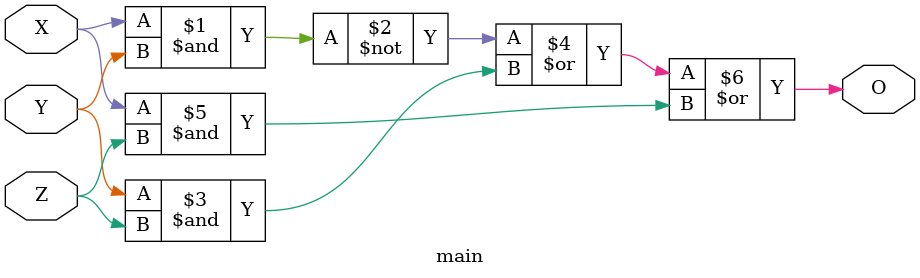
<source format=v>
module  main(X, Y, Z, O);
input X, Y, Z ;
output O;
wire  O;
assign O =~ (X & Y) | (Y & Z) | (X & Z);

endmodule 

</source>
